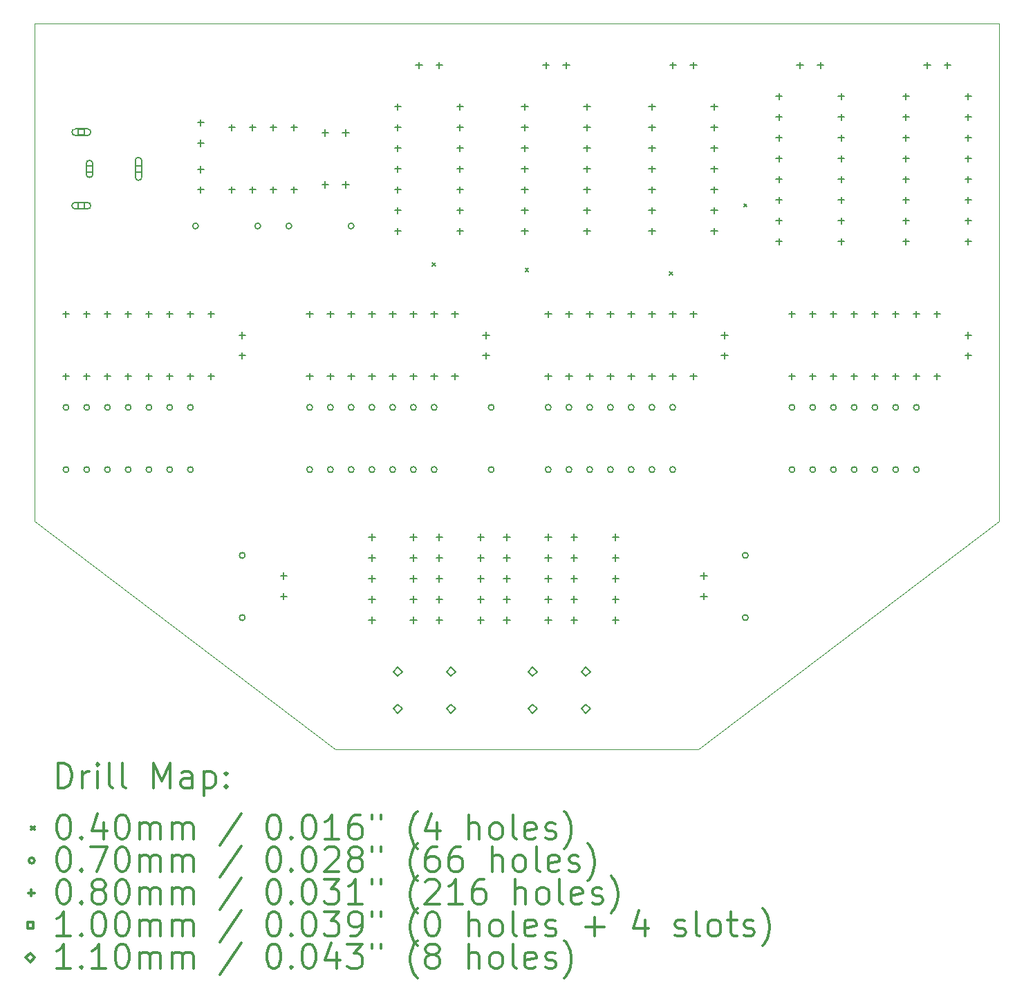
<source format=gbr>
%FSLAX45Y45*%
G04 Gerber Fmt 4.5, Leading zero omitted, Abs format (unit mm)*
G04 Created by KiCad (PCBNEW 5.1.7-a382d34a8~87~ubuntu20.04.1) date 2020-10-16 12:12:10*
%MOMM*%
%LPD*%
G01*
G04 APERTURE LIST*
%TA.AperFunction,Profile*%
%ADD10C,0.050000*%
%TD*%
%ADD11C,0.200000*%
%ADD12C,0.300000*%
G04 APERTURE END LIST*
D10*
X24511000Y-8382000D02*
X20828000Y-11176000D01*
X16383000Y-11176000D02*
X12700000Y-8382000D01*
X12700000Y-8382000D02*
X12700000Y-2286000D01*
X20828000Y-11176000D02*
X16383000Y-11176000D01*
X24511000Y-2286000D02*
X24511000Y-8382000D01*
X12700000Y-2286000D02*
X24511000Y-2286000D01*
D11*
X17569500Y-5216270D02*
X17609500Y-5256270D01*
X17609500Y-5216270D02*
X17569500Y-5256270D01*
X18705640Y-5281110D02*
X18745640Y-5321110D01*
X18745640Y-5281110D02*
X18705640Y-5321110D01*
X20470030Y-5324300D02*
X20510030Y-5364300D01*
X20510030Y-5324300D02*
X20470030Y-5364300D01*
X21381510Y-4489050D02*
X21421510Y-4529050D01*
X21421510Y-4489050D02*
X21381510Y-4529050D01*
X13370000Y-6985000D02*
G75*
G03*
X13370000Y-6985000I-35000J0D01*
G01*
X13370000Y-7747000D02*
G75*
G03*
X13370000Y-7747000I-35000J0D01*
G01*
X20545500Y-6985000D02*
G75*
G03*
X20545500Y-6985000I-35000J0D01*
G01*
X20545500Y-7747000D02*
G75*
G03*
X20545500Y-7747000I-35000J0D01*
G01*
X19783500Y-6985000D02*
G75*
G03*
X19783500Y-6985000I-35000J0D01*
G01*
X19783500Y-7747000D02*
G75*
G03*
X19783500Y-7747000I-35000J0D01*
G01*
X23276000Y-6985000D02*
G75*
G03*
X23276000Y-6985000I-35000J0D01*
G01*
X23276000Y-7747000D02*
G75*
G03*
X23276000Y-7747000I-35000J0D01*
G01*
X22006000Y-6985000D02*
G75*
G03*
X22006000Y-6985000I-35000J0D01*
G01*
X22006000Y-7747000D02*
G75*
G03*
X22006000Y-7747000I-35000J0D01*
G01*
X16100500Y-6985000D02*
G75*
G03*
X16100500Y-6985000I-35000J0D01*
G01*
X16100500Y-7747000D02*
G75*
G03*
X16100500Y-7747000I-35000J0D01*
G01*
X20291500Y-6985000D02*
G75*
G03*
X20291500Y-6985000I-35000J0D01*
G01*
X20291500Y-7747000D02*
G75*
G03*
X20291500Y-7747000I-35000J0D01*
G01*
X14386000Y-6985000D02*
G75*
G03*
X14386000Y-6985000I-35000J0D01*
G01*
X14386000Y-7747000D02*
G75*
G03*
X14386000Y-7747000I-35000J0D01*
G01*
X17370500Y-6985000D02*
G75*
G03*
X17370500Y-6985000I-35000J0D01*
G01*
X17370500Y-7747000D02*
G75*
G03*
X17370500Y-7747000I-35000J0D01*
G01*
X20037500Y-6985000D02*
G75*
G03*
X20037500Y-6985000I-35000J0D01*
G01*
X20037500Y-7747000D02*
G75*
G03*
X20037500Y-7747000I-35000J0D01*
G01*
X17624500Y-6985000D02*
G75*
G03*
X17624500Y-6985000I-35000J0D01*
G01*
X17624500Y-7747000D02*
G75*
G03*
X17624500Y-7747000I-35000J0D01*
G01*
X14640000Y-6985000D02*
G75*
G03*
X14640000Y-6985000I-35000J0D01*
G01*
X14640000Y-7747000D02*
G75*
G03*
X14640000Y-7747000I-35000J0D01*
G01*
X17116500Y-6985000D02*
G75*
G03*
X17116500Y-6985000I-35000J0D01*
G01*
X17116500Y-7747000D02*
G75*
G03*
X17116500Y-7747000I-35000J0D01*
G01*
X16608500Y-6985000D02*
G75*
G03*
X16608500Y-6985000I-35000J0D01*
G01*
X16608500Y-7747000D02*
G75*
G03*
X16608500Y-7747000I-35000J0D01*
G01*
X14132000Y-6985000D02*
G75*
G03*
X14132000Y-6985000I-35000J0D01*
G01*
X14132000Y-7747000D02*
G75*
G03*
X14132000Y-7747000I-35000J0D01*
G01*
X23022000Y-6985000D02*
G75*
G03*
X23022000Y-6985000I-35000J0D01*
G01*
X23022000Y-7747000D02*
G75*
G03*
X23022000Y-7747000I-35000J0D01*
G01*
X15846500Y-4762500D02*
G75*
G03*
X15846500Y-4762500I-35000J0D01*
G01*
X16608500Y-4762500D02*
G75*
G03*
X16608500Y-4762500I-35000J0D01*
G01*
X13116000Y-6985000D02*
G75*
G03*
X13116000Y-6985000I-35000J0D01*
G01*
X13116000Y-7747000D02*
G75*
G03*
X13116000Y-7747000I-35000J0D01*
G01*
X19529500Y-6985000D02*
G75*
G03*
X19529500Y-6985000I-35000J0D01*
G01*
X19529500Y-7747000D02*
G75*
G03*
X19529500Y-7747000I-35000J0D01*
G01*
X14703500Y-4762500D02*
G75*
G03*
X14703500Y-4762500I-35000J0D01*
G01*
X15465500Y-4762500D02*
G75*
G03*
X15465500Y-4762500I-35000J0D01*
G01*
X16862500Y-6985000D02*
G75*
G03*
X16862500Y-6985000I-35000J0D01*
G01*
X16862500Y-7747000D02*
G75*
G03*
X16862500Y-7747000I-35000J0D01*
G01*
X22260000Y-6985000D02*
G75*
G03*
X22260000Y-6985000I-35000J0D01*
G01*
X22260000Y-7747000D02*
G75*
G03*
X22260000Y-7747000I-35000J0D01*
G01*
X13878000Y-6985000D02*
G75*
G03*
X13878000Y-6985000I-35000J0D01*
G01*
X13878000Y-7747000D02*
G75*
G03*
X13878000Y-7747000I-35000J0D01*
G01*
X23530000Y-6985000D02*
G75*
G03*
X23530000Y-6985000I-35000J0D01*
G01*
X23530000Y-7747000D02*
G75*
G03*
X23530000Y-7747000I-35000J0D01*
G01*
X13624000Y-6985000D02*
G75*
G03*
X13624000Y-6985000I-35000J0D01*
G01*
X13624000Y-7747000D02*
G75*
G03*
X13624000Y-7747000I-35000J0D01*
G01*
X22514000Y-6985000D02*
G75*
G03*
X22514000Y-6985000I-35000J0D01*
G01*
X22514000Y-7747000D02*
G75*
G03*
X22514000Y-7747000I-35000J0D01*
G01*
X18323000Y-6985000D02*
G75*
G03*
X18323000Y-6985000I-35000J0D01*
G01*
X18323000Y-7747000D02*
G75*
G03*
X18323000Y-7747000I-35000J0D01*
G01*
X19275500Y-6985000D02*
G75*
G03*
X19275500Y-6985000I-35000J0D01*
G01*
X19275500Y-7747000D02*
G75*
G03*
X19275500Y-7747000I-35000J0D01*
G01*
X19021500Y-6985000D02*
G75*
G03*
X19021500Y-6985000I-35000J0D01*
G01*
X19021500Y-7747000D02*
G75*
G03*
X19021500Y-7747000I-35000J0D01*
G01*
X22768000Y-6985000D02*
G75*
G03*
X22768000Y-6985000I-35000J0D01*
G01*
X22768000Y-7747000D02*
G75*
G03*
X22768000Y-7747000I-35000J0D01*
G01*
X15275000Y-8797500D02*
G75*
G03*
X15275000Y-8797500I-35000J0D01*
G01*
X15275000Y-9559500D02*
G75*
G03*
X15275000Y-9559500I-35000J0D01*
G01*
X21434500Y-8797500D02*
G75*
G03*
X21434500Y-8797500I-35000J0D01*
G01*
X21434500Y-9559500D02*
G75*
G03*
X21434500Y-9559500I-35000J0D01*
G01*
X16354500Y-6985000D02*
G75*
G03*
X16354500Y-6985000I-35000J0D01*
G01*
X16354500Y-7747000D02*
G75*
G03*
X16354500Y-7747000I-35000J0D01*
G01*
X18958800Y-2754000D02*
X18958800Y-2834000D01*
X18918800Y-2794000D02*
X18998800Y-2794000D01*
X19208800Y-2754000D02*
X19208800Y-2834000D01*
X19168800Y-2794000D02*
X19248800Y-2794000D01*
X19304000Y-8532500D02*
X19304000Y-8612500D01*
X19264000Y-8572500D02*
X19344000Y-8572500D01*
X19304000Y-8786500D02*
X19304000Y-8866500D01*
X19264000Y-8826500D02*
X19344000Y-8826500D01*
X19304000Y-9040500D02*
X19304000Y-9120500D01*
X19264000Y-9080500D02*
X19344000Y-9080500D01*
X19304000Y-9294500D02*
X19304000Y-9374500D01*
X19264000Y-9334500D02*
X19344000Y-9334500D01*
X19304000Y-9548500D02*
X19304000Y-9628500D01*
X19264000Y-9588500D02*
X19344000Y-9588500D01*
X19812000Y-8532500D02*
X19812000Y-8612500D01*
X19772000Y-8572500D02*
X19852000Y-8572500D01*
X19812000Y-8786500D02*
X19812000Y-8866500D01*
X19772000Y-8826500D02*
X19852000Y-8826500D01*
X19812000Y-9040500D02*
X19812000Y-9120500D01*
X19772000Y-9080500D02*
X19852000Y-9080500D01*
X19812000Y-9294500D02*
X19812000Y-9374500D01*
X19772000Y-9334500D02*
X19852000Y-9334500D01*
X19812000Y-9548500D02*
X19812000Y-9628500D01*
X19772000Y-9588500D02*
X19852000Y-9588500D01*
X17145000Y-3262000D02*
X17145000Y-3342000D01*
X17105000Y-3302000D02*
X17185000Y-3302000D01*
X17145000Y-3516000D02*
X17145000Y-3596000D01*
X17105000Y-3556000D02*
X17185000Y-3556000D01*
X17145000Y-3770000D02*
X17145000Y-3850000D01*
X17105000Y-3810000D02*
X17185000Y-3810000D01*
X17145000Y-4024000D02*
X17145000Y-4104000D01*
X17105000Y-4064000D02*
X17185000Y-4064000D01*
X17145000Y-4278000D02*
X17145000Y-4358000D01*
X17105000Y-4318000D02*
X17185000Y-4318000D01*
X17145000Y-4532000D02*
X17145000Y-4612000D01*
X17105000Y-4572000D02*
X17185000Y-4572000D01*
X17145000Y-4786000D02*
X17145000Y-4866000D01*
X17105000Y-4826000D02*
X17185000Y-4826000D01*
X17907000Y-3262000D02*
X17907000Y-3342000D01*
X17867000Y-3302000D02*
X17947000Y-3302000D01*
X17907000Y-3516000D02*
X17907000Y-3596000D01*
X17867000Y-3556000D02*
X17947000Y-3556000D01*
X17907000Y-3770000D02*
X17907000Y-3850000D01*
X17867000Y-3810000D02*
X17947000Y-3810000D01*
X17907000Y-4024000D02*
X17907000Y-4104000D01*
X17867000Y-4064000D02*
X17947000Y-4064000D01*
X17907000Y-4278000D02*
X17907000Y-4358000D01*
X17867000Y-4318000D02*
X17947000Y-4318000D01*
X17907000Y-4532000D02*
X17907000Y-4612000D01*
X17867000Y-4572000D02*
X17947000Y-4572000D01*
X17907000Y-4786000D02*
X17907000Y-4866000D01*
X17867000Y-4826000D02*
X17947000Y-4826000D01*
X16256000Y-3579500D02*
X16256000Y-3659500D01*
X16216000Y-3619500D02*
X16296000Y-3619500D01*
X16506000Y-3579500D02*
X16506000Y-3659500D01*
X16466000Y-3619500D02*
X16546000Y-3619500D01*
X23626000Y-2754000D02*
X23626000Y-2834000D01*
X23586000Y-2794000D02*
X23666000Y-2794000D01*
X23876000Y-2754000D02*
X23876000Y-2834000D01*
X23836000Y-2794000D02*
X23916000Y-2794000D01*
X22070200Y-2754000D02*
X22070200Y-2834000D01*
X22030200Y-2794000D02*
X22110200Y-2794000D01*
X22320200Y-2754000D02*
X22320200Y-2834000D01*
X22280200Y-2794000D02*
X22360200Y-2794000D01*
X20891500Y-9009010D02*
X20891500Y-9089010D01*
X20851500Y-9049010D02*
X20931500Y-9049010D01*
X20891500Y-9259010D02*
X20891500Y-9339010D01*
X20851500Y-9299010D02*
X20931500Y-9299010D01*
X15240000Y-6060000D02*
X15240000Y-6140000D01*
X15200000Y-6100000D02*
X15280000Y-6100000D01*
X15240000Y-6310000D02*
X15240000Y-6390000D01*
X15200000Y-6350000D02*
X15280000Y-6350000D01*
X17403000Y-2754000D02*
X17403000Y-2834000D01*
X17363000Y-2794000D02*
X17443000Y-2794000D01*
X17653000Y-2754000D02*
X17653000Y-2834000D01*
X17613000Y-2794000D02*
X17693000Y-2794000D01*
X20514500Y-2754000D02*
X20514500Y-2834000D01*
X20474500Y-2794000D02*
X20554500Y-2794000D01*
X20764500Y-2754000D02*
X20764500Y-2834000D01*
X20724500Y-2794000D02*
X20804500Y-2794000D01*
X18224500Y-6060000D02*
X18224500Y-6140000D01*
X18184500Y-6100000D02*
X18264500Y-6100000D01*
X18224500Y-6310000D02*
X18224500Y-6390000D01*
X18184500Y-6350000D02*
X18264500Y-6350000D01*
X16065500Y-5802000D02*
X16065500Y-5882000D01*
X16025500Y-5842000D02*
X16105500Y-5842000D01*
X16065500Y-6564000D02*
X16065500Y-6644000D01*
X16025500Y-6604000D02*
X16105500Y-6604000D01*
X16319500Y-5802000D02*
X16319500Y-5882000D01*
X16279500Y-5842000D02*
X16359500Y-5842000D01*
X16319500Y-6564000D02*
X16319500Y-6644000D01*
X16279500Y-6604000D02*
X16359500Y-6604000D01*
X16573500Y-5802000D02*
X16573500Y-5882000D01*
X16533500Y-5842000D02*
X16613500Y-5842000D01*
X16573500Y-6564000D02*
X16573500Y-6644000D01*
X16533500Y-6604000D02*
X16613500Y-6604000D01*
X16827500Y-5802000D02*
X16827500Y-5882000D01*
X16787500Y-5842000D02*
X16867500Y-5842000D01*
X16827500Y-6564000D02*
X16827500Y-6644000D01*
X16787500Y-6604000D02*
X16867500Y-6604000D01*
X17081500Y-5802000D02*
X17081500Y-5882000D01*
X17041500Y-5842000D02*
X17121500Y-5842000D01*
X17081500Y-6564000D02*
X17081500Y-6644000D01*
X17041500Y-6604000D02*
X17121500Y-6604000D01*
X17335500Y-5802000D02*
X17335500Y-5882000D01*
X17295500Y-5842000D02*
X17375500Y-5842000D01*
X17335500Y-6564000D02*
X17335500Y-6644000D01*
X17295500Y-6604000D02*
X17375500Y-6604000D01*
X17589500Y-5802000D02*
X17589500Y-5882000D01*
X17549500Y-5842000D02*
X17629500Y-5842000D01*
X17589500Y-6564000D02*
X17589500Y-6644000D01*
X17549500Y-6604000D02*
X17629500Y-6604000D01*
X17843500Y-5802000D02*
X17843500Y-5882000D01*
X17803500Y-5842000D02*
X17883500Y-5842000D01*
X17843500Y-6564000D02*
X17843500Y-6644000D01*
X17803500Y-6604000D02*
X17883500Y-6604000D01*
X15748000Y-9009010D02*
X15748000Y-9089010D01*
X15708000Y-9049010D02*
X15788000Y-9049010D01*
X15748000Y-9259010D02*
X15748000Y-9339010D01*
X15708000Y-9299010D02*
X15788000Y-9299010D01*
X20256500Y-3262000D02*
X20256500Y-3342000D01*
X20216500Y-3302000D02*
X20296500Y-3302000D01*
X20256500Y-3516000D02*
X20256500Y-3596000D01*
X20216500Y-3556000D02*
X20296500Y-3556000D01*
X20256500Y-3770000D02*
X20256500Y-3850000D01*
X20216500Y-3810000D02*
X20296500Y-3810000D01*
X20256500Y-4024000D02*
X20256500Y-4104000D01*
X20216500Y-4064000D02*
X20296500Y-4064000D01*
X20256500Y-4278000D02*
X20256500Y-4358000D01*
X20216500Y-4318000D02*
X20296500Y-4318000D01*
X20256500Y-4532000D02*
X20256500Y-4612000D01*
X20216500Y-4572000D02*
X20296500Y-4572000D01*
X20256500Y-4786000D02*
X20256500Y-4866000D01*
X20216500Y-4826000D02*
X20296500Y-4826000D01*
X21018500Y-3262000D02*
X21018500Y-3342000D01*
X20978500Y-3302000D02*
X21058500Y-3302000D01*
X21018500Y-3516000D02*
X21018500Y-3596000D01*
X20978500Y-3556000D02*
X21058500Y-3556000D01*
X21018500Y-3770000D02*
X21018500Y-3850000D01*
X20978500Y-3810000D02*
X21058500Y-3810000D01*
X21018500Y-4024000D02*
X21018500Y-4104000D01*
X20978500Y-4064000D02*
X21058500Y-4064000D01*
X21018500Y-4278000D02*
X21018500Y-4358000D01*
X20978500Y-4318000D02*
X21058500Y-4318000D01*
X21018500Y-4532000D02*
X21018500Y-4612000D01*
X20978500Y-4572000D02*
X21058500Y-4572000D01*
X21018500Y-4786000D02*
X21018500Y-4866000D01*
X20978500Y-4826000D02*
X21058500Y-4826000D01*
X18700700Y-3262000D02*
X18700700Y-3342000D01*
X18660700Y-3302000D02*
X18740700Y-3302000D01*
X18700700Y-3516000D02*
X18700700Y-3596000D01*
X18660700Y-3556000D02*
X18740700Y-3556000D01*
X18700700Y-3770000D02*
X18700700Y-3850000D01*
X18660700Y-3810000D02*
X18740700Y-3810000D01*
X18700700Y-4024000D02*
X18700700Y-4104000D01*
X18660700Y-4064000D02*
X18740700Y-4064000D01*
X18700700Y-4278000D02*
X18700700Y-4358000D01*
X18660700Y-4318000D02*
X18740700Y-4318000D01*
X18700700Y-4532000D02*
X18700700Y-4612000D01*
X18660700Y-4572000D02*
X18740700Y-4572000D01*
X18700700Y-4786000D02*
X18700700Y-4866000D01*
X18660700Y-4826000D02*
X18740700Y-4826000D01*
X19462700Y-3262000D02*
X19462700Y-3342000D01*
X19422700Y-3302000D02*
X19502700Y-3302000D01*
X19462700Y-3516000D02*
X19462700Y-3596000D01*
X19422700Y-3556000D02*
X19502700Y-3556000D01*
X19462700Y-3770000D02*
X19462700Y-3850000D01*
X19422700Y-3810000D02*
X19502700Y-3810000D01*
X19462700Y-4024000D02*
X19462700Y-4104000D01*
X19422700Y-4064000D02*
X19502700Y-4064000D01*
X19462700Y-4278000D02*
X19462700Y-4358000D01*
X19422700Y-4318000D02*
X19502700Y-4318000D01*
X19462700Y-4532000D02*
X19462700Y-4612000D01*
X19422700Y-4572000D02*
X19502700Y-4572000D01*
X19462700Y-4786000D02*
X19462700Y-4866000D01*
X19422700Y-4826000D02*
X19502700Y-4826000D01*
X18986500Y-5802000D02*
X18986500Y-5882000D01*
X18946500Y-5842000D02*
X19026500Y-5842000D01*
X18986500Y-6564000D02*
X18986500Y-6644000D01*
X18946500Y-6604000D02*
X19026500Y-6604000D01*
X19240500Y-5802000D02*
X19240500Y-5882000D01*
X19200500Y-5842000D02*
X19280500Y-5842000D01*
X19240500Y-6564000D02*
X19240500Y-6644000D01*
X19200500Y-6604000D02*
X19280500Y-6604000D01*
X19494500Y-5802000D02*
X19494500Y-5882000D01*
X19454500Y-5842000D02*
X19534500Y-5842000D01*
X19494500Y-6564000D02*
X19494500Y-6644000D01*
X19454500Y-6604000D02*
X19534500Y-6604000D01*
X19748500Y-5802000D02*
X19748500Y-5882000D01*
X19708500Y-5842000D02*
X19788500Y-5842000D01*
X19748500Y-6564000D02*
X19748500Y-6644000D01*
X19708500Y-6604000D02*
X19788500Y-6604000D01*
X20002500Y-5802000D02*
X20002500Y-5882000D01*
X19962500Y-5842000D02*
X20042500Y-5842000D01*
X20002500Y-6564000D02*
X20002500Y-6644000D01*
X19962500Y-6604000D02*
X20042500Y-6604000D01*
X20256500Y-5802000D02*
X20256500Y-5882000D01*
X20216500Y-5842000D02*
X20296500Y-5842000D01*
X20256500Y-6564000D02*
X20256500Y-6644000D01*
X20216500Y-6604000D02*
X20296500Y-6604000D01*
X20510500Y-5802000D02*
X20510500Y-5882000D01*
X20470500Y-5842000D02*
X20550500Y-5842000D01*
X20510500Y-6564000D02*
X20510500Y-6644000D01*
X20470500Y-6604000D02*
X20550500Y-6604000D01*
X20764500Y-5802000D02*
X20764500Y-5882000D01*
X20724500Y-5842000D02*
X20804500Y-5842000D01*
X20764500Y-6564000D02*
X20764500Y-6644000D01*
X20724500Y-6604000D02*
X20804500Y-6604000D01*
X17653000Y-8532500D02*
X17653000Y-8612500D01*
X17613000Y-8572500D02*
X17693000Y-8572500D01*
X17653000Y-8786500D02*
X17653000Y-8866500D01*
X17613000Y-8826500D02*
X17693000Y-8826500D01*
X17653000Y-9040500D02*
X17653000Y-9120500D01*
X17613000Y-9080500D02*
X17693000Y-9080500D01*
X17653000Y-9294500D02*
X17653000Y-9374500D01*
X17613000Y-9334500D02*
X17693000Y-9334500D01*
X17653000Y-9548500D02*
X17653000Y-9628500D01*
X17613000Y-9588500D02*
X17693000Y-9588500D01*
X18161000Y-8532500D02*
X18161000Y-8612500D01*
X18121000Y-8572500D02*
X18201000Y-8572500D01*
X18161000Y-8786500D02*
X18161000Y-8866500D01*
X18121000Y-8826500D02*
X18201000Y-8826500D01*
X18161000Y-9040500D02*
X18161000Y-9120500D01*
X18121000Y-9080500D02*
X18201000Y-9080500D01*
X18161000Y-9294500D02*
X18161000Y-9374500D01*
X18121000Y-9334500D02*
X18201000Y-9334500D01*
X18161000Y-9548500D02*
X18161000Y-9628500D01*
X18121000Y-9588500D02*
X18201000Y-9588500D01*
X13081000Y-5802000D02*
X13081000Y-5882000D01*
X13041000Y-5842000D02*
X13121000Y-5842000D01*
X13081000Y-6564000D02*
X13081000Y-6644000D01*
X13041000Y-6604000D02*
X13121000Y-6604000D01*
X13335000Y-5802000D02*
X13335000Y-5882000D01*
X13295000Y-5842000D02*
X13375000Y-5842000D01*
X13335000Y-6564000D02*
X13335000Y-6644000D01*
X13295000Y-6604000D02*
X13375000Y-6604000D01*
X13589000Y-5802000D02*
X13589000Y-5882000D01*
X13549000Y-5842000D02*
X13629000Y-5842000D01*
X13589000Y-6564000D02*
X13589000Y-6644000D01*
X13549000Y-6604000D02*
X13629000Y-6604000D01*
X13843000Y-5802000D02*
X13843000Y-5882000D01*
X13803000Y-5842000D02*
X13883000Y-5842000D01*
X13843000Y-6564000D02*
X13843000Y-6644000D01*
X13803000Y-6604000D02*
X13883000Y-6604000D01*
X14097000Y-5802000D02*
X14097000Y-5882000D01*
X14057000Y-5842000D02*
X14137000Y-5842000D01*
X14097000Y-6564000D02*
X14097000Y-6644000D01*
X14057000Y-6604000D02*
X14137000Y-6604000D01*
X14351000Y-5802000D02*
X14351000Y-5882000D01*
X14311000Y-5842000D02*
X14391000Y-5842000D01*
X14351000Y-6564000D02*
X14351000Y-6644000D01*
X14311000Y-6604000D02*
X14391000Y-6604000D01*
X14605000Y-5802000D02*
X14605000Y-5882000D01*
X14565000Y-5842000D02*
X14645000Y-5842000D01*
X14605000Y-6564000D02*
X14605000Y-6644000D01*
X14565000Y-6604000D02*
X14645000Y-6604000D01*
X14859000Y-5802000D02*
X14859000Y-5882000D01*
X14819000Y-5842000D02*
X14899000Y-5842000D01*
X14859000Y-6564000D02*
X14859000Y-6644000D01*
X14819000Y-6604000D02*
X14899000Y-6604000D01*
X18478500Y-8532500D02*
X18478500Y-8612500D01*
X18438500Y-8572500D02*
X18518500Y-8572500D01*
X18478500Y-8786500D02*
X18478500Y-8866500D01*
X18438500Y-8826500D02*
X18518500Y-8826500D01*
X18478500Y-9040500D02*
X18478500Y-9120500D01*
X18438500Y-9080500D02*
X18518500Y-9080500D01*
X18478500Y-9294500D02*
X18478500Y-9374500D01*
X18438500Y-9334500D02*
X18518500Y-9334500D01*
X18478500Y-9548500D02*
X18478500Y-9628500D01*
X18438500Y-9588500D02*
X18518500Y-9588500D01*
X18986500Y-8532500D02*
X18986500Y-8612500D01*
X18946500Y-8572500D02*
X19026500Y-8572500D01*
X18986500Y-8786500D02*
X18986500Y-8866500D01*
X18946500Y-8826500D02*
X19026500Y-8826500D01*
X18986500Y-9040500D02*
X18986500Y-9120500D01*
X18946500Y-9080500D02*
X19026500Y-9080500D01*
X18986500Y-9294500D02*
X18986500Y-9374500D01*
X18946500Y-9334500D02*
X19026500Y-9334500D01*
X18986500Y-9548500D02*
X18986500Y-9628500D01*
X18946500Y-9588500D02*
X19026500Y-9588500D01*
X21145500Y-6060000D02*
X21145500Y-6140000D01*
X21105500Y-6100000D02*
X21185500Y-6100000D01*
X21145500Y-6310000D02*
X21145500Y-6390000D01*
X21105500Y-6350000D02*
X21185500Y-6350000D01*
X14732000Y-4028000D02*
X14732000Y-4108000D01*
X14692000Y-4068000D02*
X14772000Y-4068000D01*
X14732000Y-4278000D02*
X14732000Y-4358000D01*
X14692000Y-4318000D02*
X14772000Y-4318000D01*
X24130000Y-6060000D02*
X24130000Y-6140000D01*
X24090000Y-6100000D02*
X24170000Y-6100000D01*
X24130000Y-6310000D02*
X24130000Y-6390000D01*
X24090000Y-6350000D02*
X24170000Y-6350000D01*
X16827500Y-8532500D02*
X16827500Y-8612500D01*
X16787500Y-8572500D02*
X16867500Y-8572500D01*
X16827500Y-8786500D02*
X16827500Y-8866500D01*
X16787500Y-8826500D02*
X16867500Y-8826500D01*
X16827500Y-9040500D02*
X16827500Y-9120500D01*
X16787500Y-9080500D02*
X16867500Y-9080500D01*
X16827500Y-9294500D02*
X16827500Y-9374500D01*
X16787500Y-9334500D02*
X16867500Y-9334500D01*
X16827500Y-9548500D02*
X16827500Y-9628500D01*
X16787500Y-9588500D02*
X16867500Y-9588500D01*
X17335500Y-8532500D02*
X17335500Y-8612500D01*
X17295500Y-8572500D02*
X17375500Y-8572500D01*
X17335500Y-8786500D02*
X17335500Y-8866500D01*
X17295500Y-8826500D02*
X17375500Y-8826500D01*
X17335500Y-9040500D02*
X17335500Y-9120500D01*
X17295500Y-9080500D02*
X17375500Y-9080500D01*
X17335500Y-9294500D02*
X17335500Y-9374500D01*
X17295500Y-9334500D02*
X17375500Y-9334500D01*
X17335500Y-9548500D02*
X17335500Y-9628500D01*
X17295500Y-9588500D02*
X17375500Y-9588500D01*
X16256000Y-4214500D02*
X16256000Y-4294500D01*
X16216000Y-4254500D02*
X16296000Y-4254500D01*
X16506000Y-4214500D02*
X16506000Y-4294500D01*
X16466000Y-4254500D02*
X16546000Y-4254500D01*
X21971000Y-5802000D02*
X21971000Y-5882000D01*
X21931000Y-5842000D02*
X22011000Y-5842000D01*
X21971000Y-6564000D02*
X21971000Y-6644000D01*
X21931000Y-6604000D02*
X22011000Y-6604000D01*
X22225000Y-5802000D02*
X22225000Y-5882000D01*
X22185000Y-5842000D02*
X22265000Y-5842000D01*
X22225000Y-6564000D02*
X22225000Y-6644000D01*
X22185000Y-6604000D02*
X22265000Y-6604000D01*
X22479000Y-5802000D02*
X22479000Y-5882000D01*
X22439000Y-5842000D02*
X22519000Y-5842000D01*
X22479000Y-6564000D02*
X22479000Y-6644000D01*
X22439000Y-6604000D02*
X22519000Y-6604000D01*
X22733000Y-5802000D02*
X22733000Y-5882000D01*
X22693000Y-5842000D02*
X22773000Y-5842000D01*
X22733000Y-6564000D02*
X22733000Y-6644000D01*
X22693000Y-6604000D02*
X22773000Y-6604000D01*
X22987000Y-5802000D02*
X22987000Y-5882000D01*
X22947000Y-5842000D02*
X23027000Y-5842000D01*
X22987000Y-6564000D02*
X22987000Y-6644000D01*
X22947000Y-6604000D02*
X23027000Y-6604000D01*
X23241000Y-5802000D02*
X23241000Y-5882000D01*
X23201000Y-5842000D02*
X23281000Y-5842000D01*
X23241000Y-6564000D02*
X23241000Y-6644000D01*
X23201000Y-6604000D02*
X23281000Y-6604000D01*
X23495000Y-5802000D02*
X23495000Y-5882000D01*
X23455000Y-5842000D02*
X23535000Y-5842000D01*
X23495000Y-6564000D02*
X23495000Y-6644000D01*
X23455000Y-6604000D02*
X23535000Y-6604000D01*
X23749000Y-5802000D02*
X23749000Y-5882000D01*
X23709000Y-5842000D02*
X23789000Y-5842000D01*
X23749000Y-6564000D02*
X23749000Y-6644000D01*
X23709000Y-6604000D02*
X23789000Y-6604000D01*
X14732000Y-3456500D02*
X14732000Y-3536500D01*
X14692000Y-3496500D02*
X14772000Y-3496500D01*
X14732000Y-3706500D02*
X14732000Y-3786500D01*
X14692000Y-3746500D02*
X14772000Y-3746500D01*
X23368000Y-3135000D02*
X23368000Y-3215000D01*
X23328000Y-3175000D02*
X23408000Y-3175000D01*
X23368000Y-3389000D02*
X23368000Y-3469000D01*
X23328000Y-3429000D02*
X23408000Y-3429000D01*
X23368000Y-3643000D02*
X23368000Y-3723000D01*
X23328000Y-3683000D02*
X23408000Y-3683000D01*
X23368000Y-3897000D02*
X23368000Y-3977000D01*
X23328000Y-3937000D02*
X23408000Y-3937000D01*
X23368000Y-4151000D02*
X23368000Y-4231000D01*
X23328000Y-4191000D02*
X23408000Y-4191000D01*
X23368000Y-4405000D02*
X23368000Y-4485000D01*
X23328000Y-4445000D02*
X23408000Y-4445000D01*
X23368000Y-4659000D02*
X23368000Y-4739000D01*
X23328000Y-4699000D02*
X23408000Y-4699000D01*
X23368000Y-4913000D02*
X23368000Y-4993000D01*
X23328000Y-4953000D02*
X23408000Y-4953000D01*
X24130000Y-3135000D02*
X24130000Y-3215000D01*
X24090000Y-3175000D02*
X24170000Y-3175000D01*
X24130000Y-3389000D02*
X24130000Y-3469000D01*
X24090000Y-3429000D02*
X24170000Y-3429000D01*
X24130000Y-3643000D02*
X24130000Y-3723000D01*
X24090000Y-3683000D02*
X24170000Y-3683000D01*
X24130000Y-3897000D02*
X24130000Y-3977000D01*
X24090000Y-3937000D02*
X24170000Y-3937000D01*
X24130000Y-4151000D02*
X24130000Y-4231000D01*
X24090000Y-4191000D02*
X24170000Y-4191000D01*
X24130000Y-4405000D02*
X24130000Y-4485000D01*
X24090000Y-4445000D02*
X24170000Y-4445000D01*
X24130000Y-4659000D02*
X24130000Y-4739000D01*
X24090000Y-4699000D02*
X24170000Y-4699000D01*
X24130000Y-4913000D02*
X24130000Y-4993000D01*
X24090000Y-4953000D02*
X24170000Y-4953000D01*
X15113000Y-3516000D02*
X15113000Y-3596000D01*
X15073000Y-3556000D02*
X15153000Y-3556000D01*
X15113000Y-4278000D02*
X15113000Y-4358000D01*
X15073000Y-4318000D02*
X15153000Y-4318000D01*
X15367000Y-3516000D02*
X15367000Y-3596000D01*
X15327000Y-3556000D02*
X15407000Y-3556000D01*
X15367000Y-4278000D02*
X15367000Y-4358000D01*
X15327000Y-4318000D02*
X15407000Y-4318000D01*
X15621000Y-3516000D02*
X15621000Y-3596000D01*
X15581000Y-3556000D02*
X15661000Y-3556000D01*
X15621000Y-4278000D02*
X15621000Y-4358000D01*
X15581000Y-4318000D02*
X15661000Y-4318000D01*
X15875000Y-3516000D02*
X15875000Y-3596000D01*
X15835000Y-3556000D02*
X15915000Y-3556000D01*
X15875000Y-4278000D02*
X15875000Y-4358000D01*
X15835000Y-4318000D02*
X15915000Y-4318000D01*
X21812200Y-3135000D02*
X21812200Y-3215000D01*
X21772200Y-3175000D02*
X21852200Y-3175000D01*
X21812200Y-3389000D02*
X21812200Y-3469000D01*
X21772200Y-3429000D02*
X21852200Y-3429000D01*
X21812200Y-3643000D02*
X21812200Y-3723000D01*
X21772200Y-3683000D02*
X21852200Y-3683000D01*
X21812200Y-3897000D02*
X21812200Y-3977000D01*
X21772200Y-3937000D02*
X21852200Y-3937000D01*
X21812200Y-4151000D02*
X21812200Y-4231000D01*
X21772200Y-4191000D02*
X21852200Y-4191000D01*
X21812200Y-4405000D02*
X21812200Y-4485000D01*
X21772200Y-4445000D02*
X21852200Y-4445000D01*
X21812200Y-4659000D02*
X21812200Y-4739000D01*
X21772200Y-4699000D02*
X21852200Y-4699000D01*
X21812200Y-4913000D02*
X21812200Y-4993000D01*
X21772200Y-4953000D02*
X21852200Y-4953000D01*
X22574200Y-3135000D02*
X22574200Y-3215000D01*
X22534200Y-3175000D02*
X22614200Y-3175000D01*
X22574200Y-3389000D02*
X22574200Y-3469000D01*
X22534200Y-3429000D02*
X22614200Y-3429000D01*
X22574200Y-3643000D02*
X22574200Y-3723000D01*
X22534200Y-3683000D02*
X22614200Y-3683000D01*
X22574200Y-3897000D02*
X22574200Y-3977000D01*
X22534200Y-3937000D02*
X22614200Y-3937000D01*
X22574200Y-4151000D02*
X22574200Y-4231000D01*
X22534200Y-4191000D02*
X22614200Y-4191000D01*
X22574200Y-4405000D02*
X22574200Y-4485000D01*
X22534200Y-4445000D02*
X22614200Y-4445000D01*
X22574200Y-4659000D02*
X22574200Y-4739000D01*
X22534200Y-4699000D02*
X22614200Y-4699000D01*
X22574200Y-4913000D02*
X22574200Y-4993000D01*
X22534200Y-4953000D02*
X22614200Y-4953000D01*
X13305356Y-3649356D02*
X13305356Y-3578644D01*
X13234644Y-3578644D01*
X13234644Y-3649356D01*
X13305356Y-3649356D01*
X13345000Y-3574000D02*
X13195000Y-3574000D01*
X13345000Y-3654000D02*
X13195000Y-3654000D01*
X13195000Y-3574000D02*
G75*
G03*
X13195000Y-3654000I0J-40000D01*
G01*
X13345000Y-3654000D02*
G75*
G03*
X13345000Y-3574000I0J40000D01*
G01*
X13305356Y-4549356D02*
X13305356Y-4478644D01*
X13234644Y-4478644D01*
X13234644Y-4549356D01*
X13305356Y-4549356D01*
X13345000Y-4474000D02*
X13195000Y-4474000D01*
X13345000Y-4554000D02*
X13195000Y-4554000D01*
X13195000Y-4474000D02*
G75*
G03*
X13195000Y-4554000I0J-40000D01*
G01*
X13345000Y-4554000D02*
G75*
G03*
X13345000Y-4474000I0J40000D01*
G01*
X13405356Y-4099356D02*
X13405356Y-4028644D01*
X13334644Y-4028644D01*
X13334644Y-4099356D01*
X13405356Y-4099356D01*
X13330000Y-3999000D02*
X13330000Y-4129000D01*
X13410000Y-3999000D02*
X13410000Y-4129000D01*
X13330000Y-4129000D02*
G75*
G03*
X13410000Y-4129000I40000J0D01*
G01*
X13410000Y-3999000D02*
G75*
G03*
X13330000Y-3999000I-40000J0D01*
G01*
X14005356Y-4099356D02*
X14005356Y-4028644D01*
X13934644Y-4028644D01*
X13934644Y-4099356D01*
X14005356Y-4099356D01*
X13930000Y-3964000D02*
X13930000Y-4164000D01*
X14010000Y-3964000D02*
X14010000Y-4164000D01*
X13930000Y-4164000D02*
G75*
G03*
X14010000Y-4164000I40000J0D01*
G01*
X14010000Y-3964000D02*
G75*
G03*
X13930000Y-3964000I-40000J0D01*
G01*
X17145000Y-10278500D02*
X17200000Y-10223500D01*
X17145000Y-10168500D01*
X17090000Y-10223500D01*
X17145000Y-10278500D01*
X17145000Y-10728500D02*
X17200000Y-10673500D01*
X17145000Y-10618500D01*
X17090000Y-10673500D01*
X17145000Y-10728500D01*
X17795000Y-10278500D02*
X17850000Y-10223500D01*
X17795000Y-10168500D01*
X17740000Y-10223500D01*
X17795000Y-10278500D01*
X17795000Y-10728500D02*
X17850000Y-10673500D01*
X17795000Y-10618500D01*
X17740000Y-10673500D01*
X17795000Y-10728500D01*
X18796000Y-10278500D02*
X18851000Y-10223500D01*
X18796000Y-10168500D01*
X18741000Y-10223500D01*
X18796000Y-10278500D01*
X18796000Y-10728500D02*
X18851000Y-10673500D01*
X18796000Y-10618500D01*
X18741000Y-10673500D01*
X18796000Y-10728500D01*
X19446000Y-10278500D02*
X19501000Y-10223500D01*
X19446000Y-10168500D01*
X19391000Y-10223500D01*
X19446000Y-10278500D01*
X19446000Y-10728500D02*
X19501000Y-10673500D01*
X19446000Y-10618500D01*
X19391000Y-10673500D01*
X19446000Y-10728500D01*
D12*
X12983928Y-11644214D02*
X12983928Y-11344214D01*
X13055357Y-11344214D01*
X13098214Y-11358500D01*
X13126786Y-11387071D01*
X13141071Y-11415643D01*
X13155357Y-11472786D01*
X13155357Y-11515643D01*
X13141071Y-11572786D01*
X13126786Y-11601357D01*
X13098214Y-11629929D01*
X13055357Y-11644214D01*
X12983928Y-11644214D01*
X13283928Y-11644214D02*
X13283928Y-11444214D01*
X13283928Y-11501357D02*
X13298214Y-11472786D01*
X13312500Y-11458500D01*
X13341071Y-11444214D01*
X13369643Y-11444214D01*
X13469643Y-11644214D02*
X13469643Y-11444214D01*
X13469643Y-11344214D02*
X13455357Y-11358500D01*
X13469643Y-11372786D01*
X13483928Y-11358500D01*
X13469643Y-11344214D01*
X13469643Y-11372786D01*
X13655357Y-11644214D02*
X13626786Y-11629929D01*
X13612500Y-11601357D01*
X13612500Y-11344214D01*
X13812500Y-11644214D02*
X13783928Y-11629929D01*
X13769643Y-11601357D01*
X13769643Y-11344214D01*
X14155357Y-11644214D02*
X14155357Y-11344214D01*
X14255357Y-11558500D01*
X14355357Y-11344214D01*
X14355357Y-11644214D01*
X14626786Y-11644214D02*
X14626786Y-11487071D01*
X14612500Y-11458500D01*
X14583928Y-11444214D01*
X14526786Y-11444214D01*
X14498214Y-11458500D01*
X14626786Y-11629929D02*
X14598214Y-11644214D01*
X14526786Y-11644214D01*
X14498214Y-11629929D01*
X14483928Y-11601357D01*
X14483928Y-11572786D01*
X14498214Y-11544214D01*
X14526786Y-11529929D01*
X14598214Y-11529929D01*
X14626786Y-11515643D01*
X14769643Y-11444214D02*
X14769643Y-11744214D01*
X14769643Y-11458500D02*
X14798214Y-11444214D01*
X14855357Y-11444214D01*
X14883928Y-11458500D01*
X14898214Y-11472786D01*
X14912500Y-11501357D01*
X14912500Y-11587071D01*
X14898214Y-11615643D01*
X14883928Y-11629929D01*
X14855357Y-11644214D01*
X14798214Y-11644214D01*
X14769643Y-11629929D01*
X15041071Y-11615643D02*
X15055357Y-11629929D01*
X15041071Y-11644214D01*
X15026786Y-11629929D01*
X15041071Y-11615643D01*
X15041071Y-11644214D01*
X15041071Y-11458500D02*
X15055357Y-11472786D01*
X15041071Y-11487071D01*
X15026786Y-11472786D01*
X15041071Y-11458500D01*
X15041071Y-11487071D01*
X12657500Y-12118500D02*
X12697500Y-12158500D01*
X12697500Y-12118500D02*
X12657500Y-12158500D01*
X13041071Y-11974214D02*
X13069643Y-11974214D01*
X13098214Y-11988500D01*
X13112500Y-12002786D01*
X13126786Y-12031357D01*
X13141071Y-12088500D01*
X13141071Y-12159929D01*
X13126786Y-12217071D01*
X13112500Y-12245643D01*
X13098214Y-12259929D01*
X13069643Y-12274214D01*
X13041071Y-12274214D01*
X13012500Y-12259929D01*
X12998214Y-12245643D01*
X12983928Y-12217071D01*
X12969643Y-12159929D01*
X12969643Y-12088500D01*
X12983928Y-12031357D01*
X12998214Y-12002786D01*
X13012500Y-11988500D01*
X13041071Y-11974214D01*
X13269643Y-12245643D02*
X13283928Y-12259929D01*
X13269643Y-12274214D01*
X13255357Y-12259929D01*
X13269643Y-12245643D01*
X13269643Y-12274214D01*
X13541071Y-12074214D02*
X13541071Y-12274214D01*
X13469643Y-11959929D02*
X13398214Y-12174214D01*
X13583928Y-12174214D01*
X13755357Y-11974214D02*
X13783928Y-11974214D01*
X13812500Y-11988500D01*
X13826786Y-12002786D01*
X13841071Y-12031357D01*
X13855357Y-12088500D01*
X13855357Y-12159929D01*
X13841071Y-12217071D01*
X13826786Y-12245643D01*
X13812500Y-12259929D01*
X13783928Y-12274214D01*
X13755357Y-12274214D01*
X13726786Y-12259929D01*
X13712500Y-12245643D01*
X13698214Y-12217071D01*
X13683928Y-12159929D01*
X13683928Y-12088500D01*
X13698214Y-12031357D01*
X13712500Y-12002786D01*
X13726786Y-11988500D01*
X13755357Y-11974214D01*
X13983928Y-12274214D02*
X13983928Y-12074214D01*
X13983928Y-12102786D02*
X13998214Y-12088500D01*
X14026786Y-12074214D01*
X14069643Y-12074214D01*
X14098214Y-12088500D01*
X14112500Y-12117071D01*
X14112500Y-12274214D01*
X14112500Y-12117071D02*
X14126786Y-12088500D01*
X14155357Y-12074214D01*
X14198214Y-12074214D01*
X14226786Y-12088500D01*
X14241071Y-12117071D01*
X14241071Y-12274214D01*
X14383928Y-12274214D02*
X14383928Y-12074214D01*
X14383928Y-12102786D02*
X14398214Y-12088500D01*
X14426786Y-12074214D01*
X14469643Y-12074214D01*
X14498214Y-12088500D01*
X14512500Y-12117071D01*
X14512500Y-12274214D01*
X14512500Y-12117071D02*
X14526786Y-12088500D01*
X14555357Y-12074214D01*
X14598214Y-12074214D01*
X14626786Y-12088500D01*
X14641071Y-12117071D01*
X14641071Y-12274214D01*
X15226786Y-11959929D02*
X14969643Y-12345643D01*
X15612500Y-11974214D02*
X15641071Y-11974214D01*
X15669643Y-11988500D01*
X15683928Y-12002786D01*
X15698214Y-12031357D01*
X15712500Y-12088500D01*
X15712500Y-12159929D01*
X15698214Y-12217071D01*
X15683928Y-12245643D01*
X15669643Y-12259929D01*
X15641071Y-12274214D01*
X15612500Y-12274214D01*
X15583928Y-12259929D01*
X15569643Y-12245643D01*
X15555357Y-12217071D01*
X15541071Y-12159929D01*
X15541071Y-12088500D01*
X15555357Y-12031357D01*
X15569643Y-12002786D01*
X15583928Y-11988500D01*
X15612500Y-11974214D01*
X15841071Y-12245643D02*
X15855357Y-12259929D01*
X15841071Y-12274214D01*
X15826786Y-12259929D01*
X15841071Y-12245643D01*
X15841071Y-12274214D01*
X16041071Y-11974214D02*
X16069643Y-11974214D01*
X16098214Y-11988500D01*
X16112500Y-12002786D01*
X16126786Y-12031357D01*
X16141071Y-12088500D01*
X16141071Y-12159929D01*
X16126786Y-12217071D01*
X16112500Y-12245643D01*
X16098214Y-12259929D01*
X16069643Y-12274214D01*
X16041071Y-12274214D01*
X16012500Y-12259929D01*
X15998214Y-12245643D01*
X15983928Y-12217071D01*
X15969643Y-12159929D01*
X15969643Y-12088500D01*
X15983928Y-12031357D01*
X15998214Y-12002786D01*
X16012500Y-11988500D01*
X16041071Y-11974214D01*
X16426786Y-12274214D02*
X16255357Y-12274214D01*
X16341071Y-12274214D02*
X16341071Y-11974214D01*
X16312500Y-12017071D01*
X16283928Y-12045643D01*
X16255357Y-12059929D01*
X16683928Y-11974214D02*
X16626786Y-11974214D01*
X16598214Y-11988500D01*
X16583928Y-12002786D01*
X16555357Y-12045643D01*
X16541071Y-12102786D01*
X16541071Y-12217071D01*
X16555357Y-12245643D01*
X16569643Y-12259929D01*
X16598214Y-12274214D01*
X16655357Y-12274214D01*
X16683928Y-12259929D01*
X16698214Y-12245643D01*
X16712500Y-12217071D01*
X16712500Y-12145643D01*
X16698214Y-12117071D01*
X16683928Y-12102786D01*
X16655357Y-12088500D01*
X16598214Y-12088500D01*
X16569643Y-12102786D01*
X16555357Y-12117071D01*
X16541071Y-12145643D01*
X16826786Y-11974214D02*
X16826786Y-12031357D01*
X16941071Y-11974214D02*
X16941071Y-12031357D01*
X17383928Y-12388500D02*
X17369643Y-12374214D01*
X17341071Y-12331357D01*
X17326786Y-12302786D01*
X17312500Y-12259929D01*
X17298214Y-12188500D01*
X17298214Y-12131357D01*
X17312500Y-12059929D01*
X17326786Y-12017071D01*
X17341071Y-11988500D01*
X17369643Y-11945643D01*
X17383928Y-11931357D01*
X17626786Y-12074214D02*
X17626786Y-12274214D01*
X17555357Y-11959929D02*
X17483928Y-12174214D01*
X17669643Y-12174214D01*
X18012500Y-12274214D02*
X18012500Y-11974214D01*
X18141071Y-12274214D02*
X18141071Y-12117071D01*
X18126786Y-12088500D01*
X18098214Y-12074214D01*
X18055357Y-12074214D01*
X18026786Y-12088500D01*
X18012500Y-12102786D01*
X18326786Y-12274214D02*
X18298214Y-12259929D01*
X18283928Y-12245643D01*
X18269643Y-12217071D01*
X18269643Y-12131357D01*
X18283928Y-12102786D01*
X18298214Y-12088500D01*
X18326786Y-12074214D01*
X18369643Y-12074214D01*
X18398214Y-12088500D01*
X18412500Y-12102786D01*
X18426786Y-12131357D01*
X18426786Y-12217071D01*
X18412500Y-12245643D01*
X18398214Y-12259929D01*
X18369643Y-12274214D01*
X18326786Y-12274214D01*
X18598214Y-12274214D02*
X18569643Y-12259929D01*
X18555357Y-12231357D01*
X18555357Y-11974214D01*
X18826786Y-12259929D02*
X18798214Y-12274214D01*
X18741071Y-12274214D01*
X18712500Y-12259929D01*
X18698214Y-12231357D01*
X18698214Y-12117071D01*
X18712500Y-12088500D01*
X18741071Y-12074214D01*
X18798214Y-12074214D01*
X18826786Y-12088500D01*
X18841071Y-12117071D01*
X18841071Y-12145643D01*
X18698214Y-12174214D01*
X18955357Y-12259929D02*
X18983928Y-12274214D01*
X19041071Y-12274214D01*
X19069643Y-12259929D01*
X19083928Y-12231357D01*
X19083928Y-12217071D01*
X19069643Y-12188500D01*
X19041071Y-12174214D01*
X18998214Y-12174214D01*
X18969643Y-12159929D01*
X18955357Y-12131357D01*
X18955357Y-12117071D01*
X18969643Y-12088500D01*
X18998214Y-12074214D01*
X19041071Y-12074214D01*
X19069643Y-12088500D01*
X19183928Y-12388500D02*
X19198214Y-12374214D01*
X19226786Y-12331357D01*
X19241071Y-12302786D01*
X19255357Y-12259929D01*
X19269643Y-12188500D01*
X19269643Y-12131357D01*
X19255357Y-12059929D01*
X19241071Y-12017071D01*
X19226786Y-11988500D01*
X19198214Y-11945643D01*
X19183928Y-11931357D01*
X12697500Y-12534500D02*
G75*
G03*
X12697500Y-12534500I-35000J0D01*
G01*
X13041071Y-12370214D02*
X13069643Y-12370214D01*
X13098214Y-12384500D01*
X13112500Y-12398786D01*
X13126786Y-12427357D01*
X13141071Y-12484500D01*
X13141071Y-12555929D01*
X13126786Y-12613071D01*
X13112500Y-12641643D01*
X13098214Y-12655929D01*
X13069643Y-12670214D01*
X13041071Y-12670214D01*
X13012500Y-12655929D01*
X12998214Y-12641643D01*
X12983928Y-12613071D01*
X12969643Y-12555929D01*
X12969643Y-12484500D01*
X12983928Y-12427357D01*
X12998214Y-12398786D01*
X13012500Y-12384500D01*
X13041071Y-12370214D01*
X13269643Y-12641643D02*
X13283928Y-12655929D01*
X13269643Y-12670214D01*
X13255357Y-12655929D01*
X13269643Y-12641643D01*
X13269643Y-12670214D01*
X13383928Y-12370214D02*
X13583928Y-12370214D01*
X13455357Y-12670214D01*
X13755357Y-12370214D02*
X13783928Y-12370214D01*
X13812500Y-12384500D01*
X13826786Y-12398786D01*
X13841071Y-12427357D01*
X13855357Y-12484500D01*
X13855357Y-12555929D01*
X13841071Y-12613071D01*
X13826786Y-12641643D01*
X13812500Y-12655929D01*
X13783928Y-12670214D01*
X13755357Y-12670214D01*
X13726786Y-12655929D01*
X13712500Y-12641643D01*
X13698214Y-12613071D01*
X13683928Y-12555929D01*
X13683928Y-12484500D01*
X13698214Y-12427357D01*
X13712500Y-12398786D01*
X13726786Y-12384500D01*
X13755357Y-12370214D01*
X13983928Y-12670214D02*
X13983928Y-12470214D01*
X13983928Y-12498786D02*
X13998214Y-12484500D01*
X14026786Y-12470214D01*
X14069643Y-12470214D01*
X14098214Y-12484500D01*
X14112500Y-12513071D01*
X14112500Y-12670214D01*
X14112500Y-12513071D02*
X14126786Y-12484500D01*
X14155357Y-12470214D01*
X14198214Y-12470214D01*
X14226786Y-12484500D01*
X14241071Y-12513071D01*
X14241071Y-12670214D01*
X14383928Y-12670214D02*
X14383928Y-12470214D01*
X14383928Y-12498786D02*
X14398214Y-12484500D01*
X14426786Y-12470214D01*
X14469643Y-12470214D01*
X14498214Y-12484500D01*
X14512500Y-12513071D01*
X14512500Y-12670214D01*
X14512500Y-12513071D02*
X14526786Y-12484500D01*
X14555357Y-12470214D01*
X14598214Y-12470214D01*
X14626786Y-12484500D01*
X14641071Y-12513071D01*
X14641071Y-12670214D01*
X15226786Y-12355929D02*
X14969643Y-12741643D01*
X15612500Y-12370214D02*
X15641071Y-12370214D01*
X15669643Y-12384500D01*
X15683928Y-12398786D01*
X15698214Y-12427357D01*
X15712500Y-12484500D01*
X15712500Y-12555929D01*
X15698214Y-12613071D01*
X15683928Y-12641643D01*
X15669643Y-12655929D01*
X15641071Y-12670214D01*
X15612500Y-12670214D01*
X15583928Y-12655929D01*
X15569643Y-12641643D01*
X15555357Y-12613071D01*
X15541071Y-12555929D01*
X15541071Y-12484500D01*
X15555357Y-12427357D01*
X15569643Y-12398786D01*
X15583928Y-12384500D01*
X15612500Y-12370214D01*
X15841071Y-12641643D02*
X15855357Y-12655929D01*
X15841071Y-12670214D01*
X15826786Y-12655929D01*
X15841071Y-12641643D01*
X15841071Y-12670214D01*
X16041071Y-12370214D02*
X16069643Y-12370214D01*
X16098214Y-12384500D01*
X16112500Y-12398786D01*
X16126786Y-12427357D01*
X16141071Y-12484500D01*
X16141071Y-12555929D01*
X16126786Y-12613071D01*
X16112500Y-12641643D01*
X16098214Y-12655929D01*
X16069643Y-12670214D01*
X16041071Y-12670214D01*
X16012500Y-12655929D01*
X15998214Y-12641643D01*
X15983928Y-12613071D01*
X15969643Y-12555929D01*
X15969643Y-12484500D01*
X15983928Y-12427357D01*
X15998214Y-12398786D01*
X16012500Y-12384500D01*
X16041071Y-12370214D01*
X16255357Y-12398786D02*
X16269643Y-12384500D01*
X16298214Y-12370214D01*
X16369643Y-12370214D01*
X16398214Y-12384500D01*
X16412500Y-12398786D01*
X16426786Y-12427357D01*
X16426786Y-12455929D01*
X16412500Y-12498786D01*
X16241071Y-12670214D01*
X16426786Y-12670214D01*
X16598214Y-12498786D02*
X16569643Y-12484500D01*
X16555357Y-12470214D01*
X16541071Y-12441643D01*
X16541071Y-12427357D01*
X16555357Y-12398786D01*
X16569643Y-12384500D01*
X16598214Y-12370214D01*
X16655357Y-12370214D01*
X16683928Y-12384500D01*
X16698214Y-12398786D01*
X16712500Y-12427357D01*
X16712500Y-12441643D01*
X16698214Y-12470214D01*
X16683928Y-12484500D01*
X16655357Y-12498786D01*
X16598214Y-12498786D01*
X16569643Y-12513071D01*
X16555357Y-12527357D01*
X16541071Y-12555929D01*
X16541071Y-12613071D01*
X16555357Y-12641643D01*
X16569643Y-12655929D01*
X16598214Y-12670214D01*
X16655357Y-12670214D01*
X16683928Y-12655929D01*
X16698214Y-12641643D01*
X16712500Y-12613071D01*
X16712500Y-12555929D01*
X16698214Y-12527357D01*
X16683928Y-12513071D01*
X16655357Y-12498786D01*
X16826786Y-12370214D02*
X16826786Y-12427357D01*
X16941071Y-12370214D02*
X16941071Y-12427357D01*
X17383928Y-12784500D02*
X17369643Y-12770214D01*
X17341071Y-12727357D01*
X17326786Y-12698786D01*
X17312500Y-12655929D01*
X17298214Y-12584500D01*
X17298214Y-12527357D01*
X17312500Y-12455929D01*
X17326786Y-12413071D01*
X17341071Y-12384500D01*
X17369643Y-12341643D01*
X17383928Y-12327357D01*
X17626786Y-12370214D02*
X17569643Y-12370214D01*
X17541071Y-12384500D01*
X17526786Y-12398786D01*
X17498214Y-12441643D01*
X17483928Y-12498786D01*
X17483928Y-12613071D01*
X17498214Y-12641643D01*
X17512500Y-12655929D01*
X17541071Y-12670214D01*
X17598214Y-12670214D01*
X17626786Y-12655929D01*
X17641071Y-12641643D01*
X17655357Y-12613071D01*
X17655357Y-12541643D01*
X17641071Y-12513071D01*
X17626786Y-12498786D01*
X17598214Y-12484500D01*
X17541071Y-12484500D01*
X17512500Y-12498786D01*
X17498214Y-12513071D01*
X17483928Y-12541643D01*
X17912500Y-12370214D02*
X17855357Y-12370214D01*
X17826786Y-12384500D01*
X17812500Y-12398786D01*
X17783928Y-12441643D01*
X17769643Y-12498786D01*
X17769643Y-12613071D01*
X17783928Y-12641643D01*
X17798214Y-12655929D01*
X17826786Y-12670214D01*
X17883928Y-12670214D01*
X17912500Y-12655929D01*
X17926786Y-12641643D01*
X17941071Y-12613071D01*
X17941071Y-12541643D01*
X17926786Y-12513071D01*
X17912500Y-12498786D01*
X17883928Y-12484500D01*
X17826786Y-12484500D01*
X17798214Y-12498786D01*
X17783928Y-12513071D01*
X17769643Y-12541643D01*
X18298214Y-12670214D02*
X18298214Y-12370214D01*
X18426786Y-12670214D02*
X18426786Y-12513071D01*
X18412500Y-12484500D01*
X18383928Y-12470214D01*
X18341071Y-12470214D01*
X18312500Y-12484500D01*
X18298214Y-12498786D01*
X18612500Y-12670214D02*
X18583928Y-12655929D01*
X18569643Y-12641643D01*
X18555357Y-12613071D01*
X18555357Y-12527357D01*
X18569643Y-12498786D01*
X18583928Y-12484500D01*
X18612500Y-12470214D01*
X18655357Y-12470214D01*
X18683928Y-12484500D01*
X18698214Y-12498786D01*
X18712500Y-12527357D01*
X18712500Y-12613071D01*
X18698214Y-12641643D01*
X18683928Y-12655929D01*
X18655357Y-12670214D01*
X18612500Y-12670214D01*
X18883928Y-12670214D02*
X18855357Y-12655929D01*
X18841071Y-12627357D01*
X18841071Y-12370214D01*
X19112500Y-12655929D02*
X19083928Y-12670214D01*
X19026786Y-12670214D01*
X18998214Y-12655929D01*
X18983928Y-12627357D01*
X18983928Y-12513071D01*
X18998214Y-12484500D01*
X19026786Y-12470214D01*
X19083928Y-12470214D01*
X19112500Y-12484500D01*
X19126786Y-12513071D01*
X19126786Y-12541643D01*
X18983928Y-12570214D01*
X19241071Y-12655929D02*
X19269643Y-12670214D01*
X19326786Y-12670214D01*
X19355357Y-12655929D01*
X19369643Y-12627357D01*
X19369643Y-12613071D01*
X19355357Y-12584500D01*
X19326786Y-12570214D01*
X19283928Y-12570214D01*
X19255357Y-12555929D01*
X19241071Y-12527357D01*
X19241071Y-12513071D01*
X19255357Y-12484500D01*
X19283928Y-12470214D01*
X19326786Y-12470214D01*
X19355357Y-12484500D01*
X19469643Y-12784500D02*
X19483928Y-12770214D01*
X19512500Y-12727357D01*
X19526786Y-12698786D01*
X19541071Y-12655929D01*
X19555357Y-12584500D01*
X19555357Y-12527357D01*
X19541071Y-12455929D01*
X19526786Y-12413071D01*
X19512500Y-12384500D01*
X19483928Y-12341643D01*
X19469643Y-12327357D01*
X12657500Y-12890500D02*
X12657500Y-12970500D01*
X12617500Y-12930500D02*
X12697500Y-12930500D01*
X13041071Y-12766214D02*
X13069643Y-12766214D01*
X13098214Y-12780500D01*
X13112500Y-12794786D01*
X13126786Y-12823357D01*
X13141071Y-12880500D01*
X13141071Y-12951929D01*
X13126786Y-13009071D01*
X13112500Y-13037643D01*
X13098214Y-13051929D01*
X13069643Y-13066214D01*
X13041071Y-13066214D01*
X13012500Y-13051929D01*
X12998214Y-13037643D01*
X12983928Y-13009071D01*
X12969643Y-12951929D01*
X12969643Y-12880500D01*
X12983928Y-12823357D01*
X12998214Y-12794786D01*
X13012500Y-12780500D01*
X13041071Y-12766214D01*
X13269643Y-13037643D02*
X13283928Y-13051929D01*
X13269643Y-13066214D01*
X13255357Y-13051929D01*
X13269643Y-13037643D01*
X13269643Y-13066214D01*
X13455357Y-12894786D02*
X13426786Y-12880500D01*
X13412500Y-12866214D01*
X13398214Y-12837643D01*
X13398214Y-12823357D01*
X13412500Y-12794786D01*
X13426786Y-12780500D01*
X13455357Y-12766214D01*
X13512500Y-12766214D01*
X13541071Y-12780500D01*
X13555357Y-12794786D01*
X13569643Y-12823357D01*
X13569643Y-12837643D01*
X13555357Y-12866214D01*
X13541071Y-12880500D01*
X13512500Y-12894786D01*
X13455357Y-12894786D01*
X13426786Y-12909071D01*
X13412500Y-12923357D01*
X13398214Y-12951929D01*
X13398214Y-13009071D01*
X13412500Y-13037643D01*
X13426786Y-13051929D01*
X13455357Y-13066214D01*
X13512500Y-13066214D01*
X13541071Y-13051929D01*
X13555357Y-13037643D01*
X13569643Y-13009071D01*
X13569643Y-12951929D01*
X13555357Y-12923357D01*
X13541071Y-12909071D01*
X13512500Y-12894786D01*
X13755357Y-12766214D02*
X13783928Y-12766214D01*
X13812500Y-12780500D01*
X13826786Y-12794786D01*
X13841071Y-12823357D01*
X13855357Y-12880500D01*
X13855357Y-12951929D01*
X13841071Y-13009071D01*
X13826786Y-13037643D01*
X13812500Y-13051929D01*
X13783928Y-13066214D01*
X13755357Y-13066214D01*
X13726786Y-13051929D01*
X13712500Y-13037643D01*
X13698214Y-13009071D01*
X13683928Y-12951929D01*
X13683928Y-12880500D01*
X13698214Y-12823357D01*
X13712500Y-12794786D01*
X13726786Y-12780500D01*
X13755357Y-12766214D01*
X13983928Y-13066214D02*
X13983928Y-12866214D01*
X13983928Y-12894786D02*
X13998214Y-12880500D01*
X14026786Y-12866214D01*
X14069643Y-12866214D01*
X14098214Y-12880500D01*
X14112500Y-12909071D01*
X14112500Y-13066214D01*
X14112500Y-12909071D02*
X14126786Y-12880500D01*
X14155357Y-12866214D01*
X14198214Y-12866214D01*
X14226786Y-12880500D01*
X14241071Y-12909071D01*
X14241071Y-13066214D01*
X14383928Y-13066214D02*
X14383928Y-12866214D01*
X14383928Y-12894786D02*
X14398214Y-12880500D01*
X14426786Y-12866214D01*
X14469643Y-12866214D01*
X14498214Y-12880500D01*
X14512500Y-12909071D01*
X14512500Y-13066214D01*
X14512500Y-12909071D02*
X14526786Y-12880500D01*
X14555357Y-12866214D01*
X14598214Y-12866214D01*
X14626786Y-12880500D01*
X14641071Y-12909071D01*
X14641071Y-13066214D01*
X15226786Y-12751929D02*
X14969643Y-13137643D01*
X15612500Y-12766214D02*
X15641071Y-12766214D01*
X15669643Y-12780500D01*
X15683928Y-12794786D01*
X15698214Y-12823357D01*
X15712500Y-12880500D01*
X15712500Y-12951929D01*
X15698214Y-13009071D01*
X15683928Y-13037643D01*
X15669643Y-13051929D01*
X15641071Y-13066214D01*
X15612500Y-13066214D01*
X15583928Y-13051929D01*
X15569643Y-13037643D01*
X15555357Y-13009071D01*
X15541071Y-12951929D01*
X15541071Y-12880500D01*
X15555357Y-12823357D01*
X15569643Y-12794786D01*
X15583928Y-12780500D01*
X15612500Y-12766214D01*
X15841071Y-13037643D02*
X15855357Y-13051929D01*
X15841071Y-13066214D01*
X15826786Y-13051929D01*
X15841071Y-13037643D01*
X15841071Y-13066214D01*
X16041071Y-12766214D02*
X16069643Y-12766214D01*
X16098214Y-12780500D01*
X16112500Y-12794786D01*
X16126786Y-12823357D01*
X16141071Y-12880500D01*
X16141071Y-12951929D01*
X16126786Y-13009071D01*
X16112500Y-13037643D01*
X16098214Y-13051929D01*
X16069643Y-13066214D01*
X16041071Y-13066214D01*
X16012500Y-13051929D01*
X15998214Y-13037643D01*
X15983928Y-13009071D01*
X15969643Y-12951929D01*
X15969643Y-12880500D01*
X15983928Y-12823357D01*
X15998214Y-12794786D01*
X16012500Y-12780500D01*
X16041071Y-12766214D01*
X16241071Y-12766214D02*
X16426786Y-12766214D01*
X16326786Y-12880500D01*
X16369643Y-12880500D01*
X16398214Y-12894786D01*
X16412500Y-12909071D01*
X16426786Y-12937643D01*
X16426786Y-13009071D01*
X16412500Y-13037643D01*
X16398214Y-13051929D01*
X16369643Y-13066214D01*
X16283928Y-13066214D01*
X16255357Y-13051929D01*
X16241071Y-13037643D01*
X16712500Y-13066214D02*
X16541071Y-13066214D01*
X16626786Y-13066214D02*
X16626786Y-12766214D01*
X16598214Y-12809071D01*
X16569643Y-12837643D01*
X16541071Y-12851929D01*
X16826786Y-12766214D02*
X16826786Y-12823357D01*
X16941071Y-12766214D02*
X16941071Y-12823357D01*
X17383928Y-13180500D02*
X17369643Y-13166214D01*
X17341071Y-13123357D01*
X17326786Y-13094786D01*
X17312500Y-13051929D01*
X17298214Y-12980500D01*
X17298214Y-12923357D01*
X17312500Y-12851929D01*
X17326786Y-12809071D01*
X17341071Y-12780500D01*
X17369643Y-12737643D01*
X17383928Y-12723357D01*
X17483928Y-12794786D02*
X17498214Y-12780500D01*
X17526786Y-12766214D01*
X17598214Y-12766214D01*
X17626786Y-12780500D01*
X17641071Y-12794786D01*
X17655357Y-12823357D01*
X17655357Y-12851929D01*
X17641071Y-12894786D01*
X17469643Y-13066214D01*
X17655357Y-13066214D01*
X17941071Y-13066214D02*
X17769643Y-13066214D01*
X17855357Y-13066214D02*
X17855357Y-12766214D01*
X17826786Y-12809071D01*
X17798214Y-12837643D01*
X17769643Y-12851929D01*
X18198214Y-12766214D02*
X18141071Y-12766214D01*
X18112500Y-12780500D01*
X18098214Y-12794786D01*
X18069643Y-12837643D01*
X18055357Y-12894786D01*
X18055357Y-13009071D01*
X18069643Y-13037643D01*
X18083928Y-13051929D01*
X18112500Y-13066214D01*
X18169643Y-13066214D01*
X18198214Y-13051929D01*
X18212500Y-13037643D01*
X18226786Y-13009071D01*
X18226786Y-12937643D01*
X18212500Y-12909071D01*
X18198214Y-12894786D01*
X18169643Y-12880500D01*
X18112500Y-12880500D01*
X18083928Y-12894786D01*
X18069643Y-12909071D01*
X18055357Y-12937643D01*
X18583928Y-13066214D02*
X18583928Y-12766214D01*
X18712500Y-13066214D02*
X18712500Y-12909071D01*
X18698214Y-12880500D01*
X18669643Y-12866214D01*
X18626786Y-12866214D01*
X18598214Y-12880500D01*
X18583928Y-12894786D01*
X18898214Y-13066214D02*
X18869643Y-13051929D01*
X18855357Y-13037643D01*
X18841071Y-13009071D01*
X18841071Y-12923357D01*
X18855357Y-12894786D01*
X18869643Y-12880500D01*
X18898214Y-12866214D01*
X18941071Y-12866214D01*
X18969643Y-12880500D01*
X18983928Y-12894786D01*
X18998214Y-12923357D01*
X18998214Y-13009071D01*
X18983928Y-13037643D01*
X18969643Y-13051929D01*
X18941071Y-13066214D01*
X18898214Y-13066214D01*
X19169643Y-13066214D02*
X19141071Y-13051929D01*
X19126786Y-13023357D01*
X19126786Y-12766214D01*
X19398214Y-13051929D02*
X19369643Y-13066214D01*
X19312500Y-13066214D01*
X19283928Y-13051929D01*
X19269643Y-13023357D01*
X19269643Y-12909071D01*
X19283928Y-12880500D01*
X19312500Y-12866214D01*
X19369643Y-12866214D01*
X19398214Y-12880500D01*
X19412500Y-12909071D01*
X19412500Y-12937643D01*
X19269643Y-12966214D01*
X19526786Y-13051929D02*
X19555357Y-13066214D01*
X19612500Y-13066214D01*
X19641071Y-13051929D01*
X19655357Y-13023357D01*
X19655357Y-13009071D01*
X19641071Y-12980500D01*
X19612500Y-12966214D01*
X19569643Y-12966214D01*
X19541071Y-12951929D01*
X19526786Y-12923357D01*
X19526786Y-12909071D01*
X19541071Y-12880500D01*
X19569643Y-12866214D01*
X19612500Y-12866214D01*
X19641071Y-12880500D01*
X19755357Y-13180500D02*
X19769643Y-13166214D01*
X19798214Y-13123357D01*
X19812500Y-13094786D01*
X19826786Y-13051929D01*
X19841071Y-12980500D01*
X19841071Y-12923357D01*
X19826786Y-12851929D01*
X19812500Y-12809071D01*
X19798214Y-12780500D01*
X19769643Y-12737643D01*
X19755357Y-12723357D01*
X12682856Y-13361856D02*
X12682856Y-13291144D01*
X12612144Y-13291144D01*
X12612144Y-13361856D01*
X12682856Y-13361856D01*
X13141071Y-13462214D02*
X12969643Y-13462214D01*
X13055357Y-13462214D02*
X13055357Y-13162214D01*
X13026786Y-13205071D01*
X12998214Y-13233643D01*
X12969643Y-13247929D01*
X13269643Y-13433643D02*
X13283928Y-13447929D01*
X13269643Y-13462214D01*
X13255357Y-13447929D01*
X13269643Y-13433643D01*
X13269643Y-13462214D01*
X13469643Y-13162214D02*
X13498214Y-13162214D01*
X13526786Y-13176500D01*
X13541071Y-13190786D01*
X13555357Y-13219357D01*
X13569643Y-13276500D01*
X13569643Y-13347929D01*
X13555357Y-13405071D01*
X13541071Y-13433643D01*
X13526786Y-13447929D01*
X13498214Y-13462214D01*
X13469643Y-13462214D01*
X13441071Y-13447929D01*
X13426786Y-13433643D01*
X13412500Y-13405071D01*
X13398214Y-13347929D01*
X13398214Y-13276500D01*
X13412500Y-13219357D01*
X13426786Y-13190786D01*
X13441071Y-13176500D01*
X13469643Y-13162214D01*
X13755357Y-13162214D02*
X13783928Y-13162214D01*
X13812500Y-13176500D01*
X13826786Y-13190786D01*
X13841071Y-13219357D01*
X13855357Y-13276500D01*
X13855357Y-13347929D01*
X13841071Y-13405071D01*
X13826786Y-13433643D01*
X13812500Y-13447929D01*
X13783928Y-13462214D01*
X13755357Y-13462214D01*
X13726786Y-13447929D01*
X13712500Y-13433643D01*
X13698214Y-13405071D01*
X13683928Y-13347929D01*
X13683928Y-13276500D01*
X13698214Y-13219357D01*
X13712500Y-13190786D01*
X13726786Y-13176500D01*
X13755357Y-13162214D01*
X13983928Y-13462214D02*
X13983928Y-13262214D01*
X13983928Y-13290786D02*
X13998214Y-13276500D01*
X14026786Y-13262214D01*
X14069643Y-13262214D01*
X14098214Y-13276500D01*
X14112500Y-13305071D01*
X14112500Y-13462214D01*
X14112500Y-13305071D02*
X14126786Y-13276500D01*
X14155357Y-13262214D01*
X14198214Y-13262214D01*
X14226786Y-13276500D01*
X14241071Y-13305071D01*
X14241071Y-13462214D01*
X14383928Y-13462214D02*
X14383928Y-13262214D01*
X14383928Y-13290786D02*
X14398214Y-13276500D01*
X14426786Y-13262214D01*
X14469643Y-13262214D01*
X14498214Y-13276500D01*
X14512500Y-13305071D01*
X14512500Y-13462214D01*
X14512500Y-13305071D02*
X14526786Y-13276500D01*
X14555357Y-13262214D01*
X14598214Y-13262214D01*
X14626786Y-13276500D01*
X14641071Y-13305071D01*
X14641071Y-13462214D01*
X15226786Y-13147929D02*
X14969643Y-13533643D01*
X15612500Y-13162214D02*
X15641071Y-13162214D01*
X15669643Y-13176500D01*
X15683928Y-13190786D01*
X15698214Y-13219357D01*
X15712500Y-13276500D01*
X15712500Y-13347929D01*
X15698214Y-13405071D01*
X15683928Y-13433643D01*
X15669643Y-13447929D01*
X15641071Y-13462214D01*
X15612500Y-13462214D01*
X15583928Y-13447929D01*
X15569643Y-13433643D01*
X15555357Y-13405071D01*
X15541071Y-13347929D01*
X15541071Y-13276500D01*
X15555357Y-13219357D01*
X15569643Y-13190786D01*
X15583928Y-13176500D01*
X15612500Y-13162214D01*
X15841071Y-13433643D02*
X15855357Y-13447929D01*
X15841071Y-13462214D01*
X15826786Y-13447929D01*
X15841071Y-13433643D01*
X15841071Y-13462214D01*
X16041071Y-13162214D02*
X16069643Y-13162214D01*
X16098214Y-13176500D01*
X16112500Y-13190786D01*
X16126786Y-13219357D01*
X16141071Y-13276500D01*
X16141071Y-13347929D01*
X16126786Y-13405071D01*
X16112500Y-13433643D01*
X16098214Y-13447929D01*
X16069643Y-13462214D01*
X16041071Y-13462214D01*
X16012500Y-13447929D01*
X15998214Y-13433643D01*
X15983928Y-13405071D01*
X15969643Y-13347929D01*
X15969643Y-13276500D01*
X15983928Y-13219357D01*
X15998214Y-13190786D01*
X16012500Y-13176500D01*
X16041071Y-13162214D01*
X16241071Y-13162214D02*
X16426786Y-13162214D01*
X16326786Y-13276500D01*
X16369643Y-13276500D01*
X16398214Y-13290786D01*
X16412500Y-13305071D01*
X16426786Y-13333643D01*
X16426786Y-13405071D01*
X16412500Y-13433643D01*
X16398214Y-13447929D01*
X16369643Y-13462214D01*
X16283928Y-13462214D01*
X16255357Y-13447929D01*
X16241071Y-13433643D01*
X16569643Y-13462214D02*
X16626786Y-13462214D01*
X16655357Y-13447929D01*
X16669643Y-13433643D01*
X16698214Y-13390786D01*
X16712500Y-13333643D01*
X16712500Y-13219357D01*
X16698214Y-13190786D01*
X16683928Y-13176500D01*
X16655357Y-13162214D01*
X16598214Y-13162214D01*
X16569643Y-13176500D01*
X16555357Y-13190786D01*
X16541071Y-13219357D01*
X16541071Y-13290786D01*
X16555357Y-13319357D01*
X16569643Y-13333643D01*
X16598214Y-13347929D01*
X16655357Y-13347929D01*
X16683928Y-13333643D01*
X16698214Y-13319357D01*
X16712500Y-13290786D01*
X16826786Y-13162214D02*
X16826786Y-13219357D01*
X16941071Y-13162214D02*
X16941071Y-13219357D01*
X17383928Y-13576500D02*
X17369643Y-13562214D01*
X17341071Y-13519357D01*
X17326786Y-13490786D01*
X17312500Y-13447929D01*
X17298214Y-13376500D01*
X17298214Y-13319357D01*
X17312500Y-13247929D01*
X17326786Y-13205071D01*
X17341071Y-13176500D01*
X17369643Y-13133643D01*
X17383928Y-13119357D01*
X17555357Y-13162214D02*
X17583928Y-13162214D01*
X17612500Y-13176500D01*
X17626786Y-13190786D01*
X17641071Y-13219357D01*
X17655357Y-13276500D01*
X17655357Y-13347929D01*
X17641071Y-13405071D01*
X17626786Y-13433643D01*
X17612500Y-13447929D01*
X17583928Y-13462214D01*
X17555357Y-13462214D01*
X17526786Y-13447929D01*
X17512500Y-13433643D01*
X17498214Y-13405071D01*
X17483928Y-13347929D01*
X17483928Y-13276500D01*
X17498214Y-13219357D01*
X17512500Y-13190786D01*
X17526786Y-13176500D01*
X17555357Y-13162214D01*
X18012500Y-13462214D02*
X18012500Y-13162214D01*
X18141071Y-13462214D02*
X18141071Y-13305071D01*
X18126786Y-13276500D01*
X18098214Y-13262214D01*
X18055357Y-13262214D01*
X18026786Y-13276500D01*
X18012500Y-13290786D01*
X18326786Y-13462214D02*
X18298214Y-13447929D01*
X18283928Y-13433643D01*
X18269643Y-13405071D01*
X18269643Y-13319357D01*
X18283928Y-13290786D01*
X18298214Y-13276500D01*
X18326786Y-13262214D01*
X18369643Y-13262214D01*
X18398214Y-13276500D01*
X18412500Y-13290786D01*
X18426786Y-13319357D01*
X18426786Y-13405071D01*
X18412500Y-13433643D01*
X18398214Y-13447929D01*
X18369643Y-13462214D01*
X18326786Y-13462214D01*
X18598214Y-13462214D02*
X18569643Y-13447929D01*
X18555357Y-13419357D01*
X18555357Y-13162214D01*
X18826786Y-13447929D02*
X18798214Y-13462214D01*
X18741071Y-13462214D01*
X18712500Y-13447929D01*
X18698214Y-13419357D01*
X18698214Y-13305071D01*
X18712500Y-13276500D01*
X18741071Y-13262214D01*
X18798214Y-13262214D01*
X18826786Y-13276500D01*
X18841071Y-13305071D01*
X18841071Y-13333643D01*
X18698214Y-13362214D01*
X18955357Y-13447929D02*
X18983928Y-13462214D01*
X19041071Y-13462214D01*
X19069643Y-13447929D01*
X19083928Y-13419357D01*
X19083928Y-13405071D01*
X19069643Y-13376500D01*
X19041071Y-13362214D01*
X18998214Y-13362214D01*
X18969643Y-13347929D01*
X18955357Y-13319357D01*
X18955357Y-13305071D01*
X18969643Y-13276500D01*
X18998214Y-13262214D01*
X19041071Y-13262214D01*
X19069643Y-13276500D01*
X19441071Y-13347929D02*
X19669643Y-13347929D01*
X19555357Y-13462214D02*
X19555357Y-13233643D01*
X20169643Y-13262214D02*
X20169643Y-13462214D01*
X20098214Y-13147929D02*
X20026786Y-13362214D01*
X20212500Y-13362214D01*
X20541071Y-13447929D02*
X20569643Y-13462214D01*
X20626786Y-13462214D01*
X20655357Y-13447929D01*
X20669643Y-13419357D01*
X20669643Y-13405071D01*
X20655357Y-13376500D01*
X20626786Y-13362214D01*
X20583928Y-13362214D01*
X20555357Y-13347929D01*
X20541071Y-13319357D01*
X20541071Y-13305071D01*
X20555357Y-13276500D01*
X20583928Y-13262214D01*
X20626786Y-13262214D01*
X20655357Y-13276500D01*
X20841071Y-13462214D02*
X20812500Y-13447929D01*
X20798214Y-13419357D01*
X20798214Y-13162214D01*
X20998214Y-13462214D02*
X20969643Y-13447929D01*
X20955357Y-13433643D01*
X20941071Y-13405071D01*
X20941071Y-13319357D01*
X20955357Y-13290786D01*
X20969643Y-13276500D01*
X20998214Y-13262214D01*
X21041071Y-13262214D01*
X21069643Y-13276500D01*
X21083928Y-13290786D01*
X21098214Y-13319357D01*
X21098214Y-13405071D01*
X21083928Y-13433643D01*
X21069643Y-13447929D01*
X21041071Y-13462214D01*
X20998214Y-13462214D01*
X21183928Y-13262214D02*
X21298214Y-13262214D01*
X21226786Y-13162214D02*
X21226786Y-13419357D01*
X21241071Y-13447929D01*
X21269643Y-13462214D01*
X21298214Y-13462214D01*
X21383928Y-13447929D02*
X21412500Y-13462214D01*
X21469643Y-13462214D01*
X21498214Y-13447929D01*
X21512500Y-13419357D01*
X21512500Y-13405071D01*
X21498214Y-13376500D01*
X21469643Y-13362214D01*
X21426786Y-13362214D01*
X21398214Y-13347929D01*
X21383928Y-13319357D01*
X21383928Y-13305071D01*
X21398214Y-13276500D01*
X21426786Y-13262214D01*
X21469643Y-13262214D01*
X21498214Y-13276500D01*
X21612500Y-13576500D02*
X21626786Y-13562214D01*
X21655357Y-13519357D01*
X21669643Y-13490786D01*
X21683928Y-13447929D01*
X21698214Y-13376500D01*
X21698214Y-13319357D01*
X21683928Y-13247929D01*
X21669643Y-13205071D01*
X21655357Y-13176500D01*
X21626786Y-13133643D01*
X21612500Y-13119357D01*
X12642500Y-13777500D02*
X12697500Y-13722500D01*
X12642500Y-13667500D01*
X12587500Y-13722500D01*
X12642500Y-13777500D01*
X13141071Y-13858214D02*
X12969643Y-13858214D01*
X13055357Y-13858214D02*
X13055357Y-13558214D01*
X13026786Y-13601071D01*
X12998214Y-13629643D01*
X12969643Y-13643929D01*
X13269643Y-13829643D02*
X13283928Y-13843929D01*
X13269643Y-13858214D01*
X13255357Y-13843929D01*
X13269643Y-13829643D01*
X13269643Y-13858214D01*
X13569643Y-13858214D02*
X13398214Y-13858214D01*
X13483928Y-13858214D02*
X13483928Y-13558214D01*
X13455357Y-13601071D01*
X13426786Y-13629643D01*
X13398214Y-13643929D01*
X13755357Y-13558214D02*
X13783928Y-13558214D01*
X13812500Y-13572500D01*
X13826786Y-13586786D01*
X13841071Y-13615357D01*
X13855357Y-13672500D01*
X13855357Y-13743929D01*
X13841071Y-13801071D01*
X13826786Y-13829643D01*
X13812500Y-13843929D01*
X13783928Y-13858214D01*
X13755357Y-13858214D01*
X13726786Y-13843929D01*
X13712500Y-13829643D01*
X13698214Y-13801071D01*
X13683928Y-13743929D01*
X13683928Y-13672500D01*
X13698214Y-13615357D01*
X13712500Y-13586786D01*
X13726786Y-13572500D01*
X13755357Y-13558214D01*
X13983928Y-13858214D02*
X13983928Y-13658214D01*
X13983928Y-13686786D02*
X13998214Y-13672500D01*
X14026786Y-13658214D01*
X14069643Y-13658214D01*
X14098214Y-13672500D01*
X14112500Y-13701071D01*
X14112500Y-13858214D01*
X14112500Y-13701071D02*
X14126786Y-13672500D01*
X14155357Y-13658214D01*
X14198214Y-13658214D01*
X14226786Y-13672500D01*
X14241071Y-13701071D01*
X14241071Y-13858214D01*
X14383928Y-13858214D02*
X14383928Y-13658214D01*
X14383928Y-13686786D02*
X14398214Y-13672500D01*
X14426786Y-13658214D01*
X14469643Y-13658214D01*
X14498214Y-13672500D01*
X14512500Y-13701071D01*
X14512500Y-13858214D01*
X14512500Y-13701071D02*
X14526786Y-13672500D01*
X14555357Y-13658214D01*
X14598214Y-13658214D01*
X14626786Y-13672500D01*
X14641071Y-13701071D01*
X14641071Y-13858214D01*
X15226786Y-13543929D02*
X14969643Y-13929643D01*
X15612500Y-13558214D02*
X15641071Y-13558214D01*
X15669643Y-13572500D01*
X15683928Y-13586786D01*
X15698214Y-13615357D01*
X15712500Y-13672500D01*
X15712500Y-13743929D01*
X15698214Y-13801071D01*
X15683928Y-13829643D01*
X15669643Y-13843929D01*
X15641071Y-13858214D01*
X15612500Y-13858214D01*
X15583928Y-13843929D01*
X15569643Y-13829643D01*
X15555357Y-13801071D01*
X15541071Y-13743929D01*
X15541071Y-13672500D01*
X15555357Y-13615357D01*
X15569643Y-13586786D01*
X15583928Y-13572500D01*
X15612500Y-13558214D01*
X15841071Y-13829643D02*
X15855357Y-13843929D01*
X15841071Y-13858214D01*
X15826786Y-13843929D01*
X15841071Y-13829643D01*
X15841071Y-13858214D01*
X16041071Y-13558214D02*
X16069643Y-13558214D01*
X16098214Y-13572500D01*
X16112500Y-13586786D01*
X16126786Y-13615357D01*
X16141071Y-13672500D01*
X16141071Y-13743929D01*
X16126786Y-13801071D01*
X16112500Y-13829643D01*
X16098214Y-13843929D01*
X16069643Y-13858214D01*
X16041071Y-13858214D01*
X16012500Y-13843929D01*
X15998214Y-13829643D01*
X15983928Y-13801071D01*
X15969643Y-13743929D01*
X15969643Y-13672500D01*
X15983928Y-13615357D01*
X15998214Y-13586786D01*
X16012500Y-13572500D01*
X16041071Y-13558214D01*
X16398214Y-13658214D02*
X16398214Y-13858214D01*
X16326786Y-13543929D02*
X16255357Y-13758214D01*
X16441071Y-13758214D01*
X16526786Y-13558214D02*
X16712500Y-13558214D01*
X16612500Y-13672500D01*
X16655357Y-13672500D01*
X16683928Y-13686786D01*
X16698214Y-13701071D01*
X16712500Y-13729643D01*
X16712500Y-13801071D01*
X16698214Y-13829643D01*
X16683928Y-13843929D01*
X16655357Y-13858214D01*
X16569643Y-13858214D01*
X16541071Y-13843929D01*
X16526786Y-13829643D01*
X16826786Y-13558214D02*
X16826786Y-13615357D01*
X16941071Y-13558214D02*
X16941071Y-13615357D01*
X17383928Y-13972500D02*
X17369643Y-13958214D01*
X17341071Y-13915357D01*
X17326786Y-13886786D01*
X17312500Y-13843929D01*
X17298214Y-13772500D01*
X17298214Y-13715357D01*
X17312500Y-13643929D01*
X17326786Y-13601071D01*
X17341071Y-13572500D01*
X17369643Y-13529643D01*
X17383928Y-13515357D01*
X17541071Y-13686786D02*
X17512500Y-13672500D01*
X17498214Y-13658214D01*
X17483928Y-13629643D01*
X17483928Y-13615357D01*
X17498214Y-13586786D01*
X17512500Y-13572500D01*
X17541071Y-13558214D01*
X17598214Y-13558214D01*
X17626786Y-13572500D01*
X17641071Y-13586786D01*
X17655357Y-13615357D01*
X17655357Y-13629643D01*
X17641071Y-13658214D01*
X17626786Y-13672500D01*
X17598214Y-13686786D01*
X17541071Y-13686786D01*
X17512500Y-13701071D01*
X17498214Y-13715357D01*
X17483928Y-13743929D01*
X17483928Y-13801071D01*
X17498214Y-13829643D01*
X17512500Y-13843929D01*
X17541071Y-13858214D01*
X17598214Y-13858214D01*
X17626786Y-13843929D01*
X17641071Y-13829643D01*
X17655357Y-13801071D01*
X17655357Y-13743929D01*
X17641071Y-13715357D01*
X17626786Y-13701071D01*
X17598214Y-13686786D01*
X18012500Y-13858214D02*
X18012500Y-13558214D01*
X18141071Y-13858214D02*
X18141071Y-13701071D01*
X18126786Y-13672500D01*
X18098214Y-13658214D01*
X18055357Y-13658214D01*
X18026786Y-13672500D01*
X18012500Y-13686786D01*
X18326786Y-13858214D02*
X18298214Y-13843929D01*
X18283928Y-13829643D01*
X18269643Y-13801071D01*
X18269643Y-13715357D01*
X18283928Y-13686786D01*
X18298214Y-13672500D01*
X18326786Y-13658214D01*
X18369643Y-13658214D01*
X18398214Y-13672500D01*
X18412500Y-13686786D01*
X18426786Y-13715357D01*
X18426786Y-13801071D01*
X18412500Y-13829643D01*
X18398214Y-13843929D01*
X18369643Y-13858214D01*
X18326786Y-13858214D01*
X18598214Y-13858214D02*
X18569643Y-13843929D01*
X18555357Y-13815357D01*
X18555357Y-13558214D01*
X18826786Y-13843929D02*
X18798214Y-13858214D01*
X18741071Y-13858214D01*
X18712500Y-13843929D01*
X18698214Y-13815357D01*
X18698214Y-13701071D01*
X18712500Y-13672500D01*
X18741071Y-13658214D01*
X18798214Y-13658214D01*
X18826786Y-13672500D01*
X18841071Y-13701071D01*
X18841071Y-13729643D01*
X18698214Y-13758214D01*
X18955357Y-13843929D02*
X18983928Y-13858214D01*
X19041071Y-13858214D01*
X19069643Y-13843929D01*
X19083928Y-13815357D01*
X19083928Y-13801071D01*
X19069643Y-13772500D01*
X19041071Y-13758214D01*
X18998214Y-13758214D01*
X18969643Y-13743929D01*
X18955357Y-13715357D01*
X18955357Y-13701071D01*
X18969643Y-13672500D01*
X18998214Y-13658214D01*
X19041071Y-13658214D01*
X19069643Y-13672500D01*
X19183928Y-13972500D02*
X19198214Y-13958214D01*
X19226786Y-13915357D01*
X19241071Y-13886786D01*
X19255357Y-13843929D01*
X19269643Y-13772500D01*
X19269643Y-13715357D01*
X19255357Y-13643929D01*
X19241071Y-13601071D01*
X19226786Y-13572500D01*
X19198214Y-13529643D01*
X19183928Y-13515357D01*
M02*

</source>
